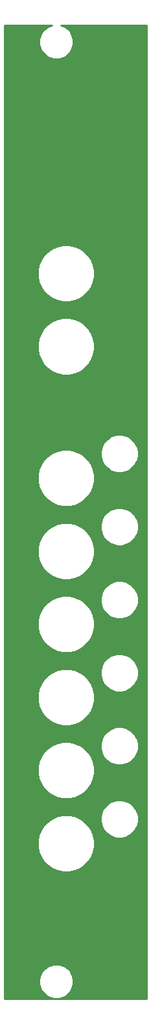
<source format=gbl>
G04 #@! TF.GenerationSoftware,KiCad,Pcbnew,5.1.7-a382d34a8~87~ubuntu18.04.1*
G04 #@! TF.CreationDate,2021-01-14T14:18:25+00:00*
G04 #@! TF.ProjectId,divider-panel,64697669-6465-4722-9d70-616e656c2e6b,rev?*
G04 #@! TF.SameCoordinates,Original*
G04 #@! TF.FileFunction,Copper,L2,Bot*
G04 #@! TF.FilePolarity,Positive*
%FSLAX46Y46*%
G04 Gerber Fmt 4.6, Leading zero omitted, Abs format (unit mm)*
G04 Created by KiCad (PCBNEW 5.1.7-a382d34a8~87~ubuntu18.04.1) date 2021-01-14 14:18:25*
%MOMM*%
%LPD*%
G01*
G04 APERTURE LIST*
G04 #@! TA.AperFunction,NonConductor*
%ADD10C,0.254000*%
G04 #@! TD*
G04 #@! TA.AperFunction,NonConductor*
%ADD11C,0.100000*%
G04 #@! TD*
G04 APERTURE END LIST*
D10*
X111776408Y-40112240D02*
X111368000Y-40281408D01*
X111000443Y-40527001D01*
X110687861Y-40839583D01*
X110442268Y-41207140D01*
X110273100Y-41615548D01*
X110186858Y-42049111D01*
X110186858Y-42491169D01*
X110273100Y-42924732D01*
X110442268Y-43333140D01*
X110687861Y-43700697D01*
X111000443Y-44013279D01*
X111368000Y-44258872D01*
X111776408Y-44428040D01*
X112209971Y-44514282D01*
X112652029Y-44514282D01*
X113085592Y-44428040D01*
X113494000Y-44258872D01*
X113861557Y-44013279D01*
X114174139Y-43700697D01*
X114419732Y-43333140D01*
X114588900Y-42924732D01*
X114675142Y-42491169D01*
X114675142Y-42049111D01*
X114588900Y-41615548D01*
X114419732Y-41207140D01*
X114174139Y-40839583D01*
X113861557Y-40527001D01*
X113494000Y-40281408D01*
X113085592Y-40112240D01*
X113049898Y-40105140D01*
X124176000Y-40105140D01*
X124176001Y-167035140D01*
X105666000Y-167035140D01*
X105666000Y-164549111D01*
X110186858Y-164549111D01*
X110186858Y-164991169D01*
X110273100Y-165424732D01*
X110442268Y-165833140D01*
X110687861Y-166200697D01*
X111000443Y-166513279D01*
X111368000Y-166758872D01*
X111776408Y-166928040D01*
X112209971Y-167014282D01*
X112652029Y-167014282D01*
X113085592Y-166928040D01*
X113494000Y-166758872D01*
X113861557Y-166513279D01*
X114174139Y-166200697D01*
X114419732Y-165833140D01*
X114588900Y-165424732D01*
X114675142Y-164991169D01*
X114675142Y-164549111D01*
X114588900Y-164115548D01*
X114419732Y-163707140D01*
X114174139Y-163339583D01*
X113861557Y-163027001D01*
X113494000Y-162781408D01*
X113085592Y-162612240D01*
X112652029Y-162525998D01*
X112209971Y-162525998D01*
X111776408Y-162612240D01*
X111368000Y-162781408D01*
X111000443Y-163027001D01*
X110687861Y-163339583D01*
X110442268Y-163707140D01*
X110273100Y-164115548D01*
X110186858Y-164549111D01*
X105666000Y-164549111D01*
X105666000Y-146427086D01*
X109944081Y-146427086D01*
X109944081Y-147163194D01*
X110087689Y-147885159D01*
X110369386Y-148565235D01*
X110778346Y-149177287D01*
X111298853Y-149697794D01*
X111910905Y-150106754D01*
X112590981Y-150388451D01*
X113312946Y-150532059D01*
X114049054Y-150532059D01*
X114771019Y-150388451D01*
X115451095Y-150106754D01*
X116063147Y-149697794D01*
X116583654Y-149177287D01*
X116992614Y-148565235D01*
X117274311Y-147885159D01*
X117417919Y-147163194D01*
X117417919Y-146427086D01*
X117274311Y-145705121D01*
X116992614Y-145025045D01*
X116583654Y-144412993D01*
X116063147Y-143892486D01*
X115451095Y-143483526D01*
X115176071Y-143369607D01*
X118178062Y-143369607D01*
X118178062Y-143860673D01*
X118273864Y-144342303D01*
X118461787Y-144795989D01*
X118734609Y-145204295D01*
X119081845Y-145551531D01*
X119490151Y-145824353D01*
X119943837Y-146012276D01*
X120425467Y-146108078D01*
X120916533Y-146108078D01*
X121398163Y-146012276D01*
X121851849Y-145824353D01*
X122260155Y-145551531D01*
X122607391Y-145204295D01*
X122880213Y-144795989D01*
X123068136Y-144342303D01*
X123163938Y-143860673D01*
X123163938Y-143369607D01*
X123068136Y-142887977D01*
X122880213Y-142434291D01*
X122607391Y-142025985D01*
X122260155Y-141678749D01*
X121851849Y-141405927D01*
X121398163Y-141218004D01*
X120916533Y-141122202D01*
X120425467Y-141122202D01*
X119943837Y-141218004D01*
X119490151Y-141405927D01*
X119081845Y-141678749D01*
X118734609Y-142025985D01*
X118461787Y-142434291D01*
X118273864Y-142887977D01*
X118178062Y-143369607D01*
X115176071Y-143369607D01*
X114771019Y-143201829D01*
X114049054Y-143058221D01*
X113312946Y-143058221D01*
X112590981Y-143201829D01*
X111910905Y-143483526D01*
X111298853Y-143892486D01*
X110778346Y-144412993D01*
X110369386Y-145025045D01*
X110087689Y-145705121D01*
X109944081Y-146427086D01*
X105666000Y-146427086D01*
X105666000Y-136897086D01*
X109944081Y-136897086D01*
X109944081Y-137633194D01*
X110087689Y-138355159D01*
X110369386Y-139035235D01*
X110778346Y-139647287D01*
X111298853Y-140167794D01*
X111910905Y-140576754D01*
X112590981Y-140858451D01*
X113312946Y-141002059D01*
X114049054Y-141002059D01*
X114771019Y-140858451D01*
X115451095Y-140576754D01*
X116063147Y-140167794D01*
X116583654Y-139647287D01*
X116992614Y-139035235D01*
X117274311Y-138355159D01*
X117417919Y-137633194D01*
X117417919Y-136897086D01*
X117274311Y-136175121D01*
X116992614Y-135495045D01*
X116583654Y-134882993D01*
X116063147Y-134362486D01*
X115451095Y-133953526D01*
X115176071Y-133839607D01*
X118178062Y-133839607D01*
X118178062Y-134330673D01*
X118273864Y-134812303D01*
X118461787Y-135265989D01*
X118734609Y-135674295D01*
X119081845Y-136021531D01*
X119490151Y-136294353D01*
X119943837Y-136482276D01*
X120425467Y-136578078D01*
X120916533Y-136578078D01*
X121398163Y-136482276D01*
X121851849Y-136294353D01*
X122260155Y-136021531D01*
X122607391Y-135674295D01*
X122880213Y-135265989D01*
X123068136Y-134812303D01*
X123163938Y-134330673D01*
X123163938Y-133839607D01*
X123068136Y-133357977D01*
X122880213Y-132904291D01*
X122607391Y-132495985D01*
X122260155Y-132148749D01*
X121851849Y-131875927D01*
X121398163Y-131688004D01*
X120916533Y-131592202D01*
X120425467Y-131592202D01*
X119943837Y-131688004D01*
X119490151Y-131875927D01*
X119081845Y-132148749D01*
X118734609Y-132495985D01*
X118461787Y-132904291D01*
X118273864Y-133357977D01*
X118178062Y-133839607D01*
X115176071Y-133839607D01*
X114771019Y-133671829D01*
X114049054Y-133528221D01*
X113312946Y-133528221D01*
X112590981Y-133671829D01*
X111910905Y-133953526D01*
X111298853Y-134362486D01*
X110778346Y-134882993D01*
X110369386Y-135495045D01*
X110087689Y-136175121D01*
X109944081Y-136897086D01*
X105666000Y-136897086D01*
X105666000Y-127367086D01*
X109944081Y-127367086D01*
X109944081Y-128103194D01*
X110087689Y-128825159D01*
X110369386Y-129505235D01*
X110778346Y-130117287D01*
X111298853Y-130637794D01*
X111910905Y-131046754D01*
X112590981Y-131328451D01*
X113312946Y-131472059D01*
X114049054Y-131472059D01*
X114771019Y-131328451D01*
X115451095Y-131046754D01*
X116063147Y-130637794D01*
X116583654Y-130117287D01*
X116992614Y-129505235D01*
X117274311Y-128825159D01*
X117417919Y-128103194D01*
X117417919Y-127367086D01*
X117274311Y-126645121D01*
X116992614Y-125965045D01*
X116583654Y-125352993D01*
X116063147Y-124832486D01*
X115451095Y-124423526D01*
X115176071Y-124309607D01*
X118178062Y-124309607D01*
X118178062Y-124800673D01*
X118273864Y-125282303D01*
X118461787Y-125735989D01*
X118734609Y-126144295D01*
X119081845Y-126491531D01*
X119490151Y-126764353D01*
X119943837Y-126952276D01*
X120425467Y-127048078D01*
X120916533Y-127048078D01*
X121398163Y-126952276D01*
X121851849Y-126764353D01*
X122260155Y-126491531D01*
X122607391Y-126144295D01*
X122880213Y-125735989D01*
X123068136Y-125282303D01*
X123163938Y-124800673D01*
X123163938Y-124309607D01*
X123068136Y-123827977D01*
X122880213Y-123374291D01*
X122607391Y-122965985D01*
X122260155Y-122618749D01*
X121851849Y-122345927D01*
X121398163Y-122158004D01*
X120916533Y-122062202D01*
X120425467Y-122062202D01*
X119943837Y-122158004D01*
X119490151Y-122345927D01*
X119081845Y-122618749D01*
X118734609Y-122965985D01*
X118461787Y-123374291D01*
X118273864Y-123827977D01*
X118178062Y-124309607D01*
X115176071Y-124309607D01*
X114771019Y-124141829D01*
X114049054Y-123998221D01*
X113312946Y-123998221D01*
X112590981Y-124141829D01*
X111910905Y-124423526D01*
X111298853Y-124832486D01*
X110778346Y-125352993D01*
X110369386Y-125965045D01*
X110087689Y-126645121D01*
X109944081Y-127367086D01*
X105666000Y-127367086D01*
X105666000Y-117837086D01*
X109944081Y-117837086D01*
X109944081Y-118573194D01*
X110087689Y-119295159D01*
X110369386Y-119975235D01*
X110778346Y-120587287D01*
X111298853Y-121107794D01*
X111910905Y-121516754D01*
X112590981Y-121798451D01*
X113312946Y-121942059D01*
X114049054Y-121942059D01*
X114771019Y-121798451D01*
X115451095Y-121516754D01*
X116063147Y-121107794D01*
X116583654Y-120587287D01*
X116992614Y-119975235D01*
X117274311Y-119295159D01*
X117417919Y-118573194D01*
X117417919Y-117837086D01*
X117274311Y-117115121D01*
X116992614Y-116435045D01*
X116583654Y-115822993D01*
X116063147Y-115302486D01*
X115451095Y-114893526D01*
X115176071Y-114779607D01*
X118178062Y-114779607D01*
X118178062Y-115270673D01*
X118273864Y-115752303D01*
X118461787Y-116205989D01*
X118734609Y-116614295D01*
X119081845Y-116961531D01*
X119490151Y-117234353D01*
X119943837Y-117422276D01*
X120425467Y-117518078D01*
X120916533Y-117518078D01*
X121398163Y-117422276D01*
X121851849Y-117234353D01*
X122260155Y-116961531D01*
X122607391Y-116614295D01*
X122880213Y-116205989D01*
X123068136Y-115752303D01*
X123163938Y-115270673D01*
X123163938Y-114779607D01*
X123068136Y-114297977D01*
X122880213Y-113844291D01*
X122607391Y-113435985D01*
X122260155Y-113088749D01*
X121851849Y-112815927D01*
X121398163Y-112628004D01*
X120916533Y-112532202D01*
X120425467Y-112532202D01*
X119943837Y-112628004D01*
X119490151Y-112815927D01*
X119081845Y-113088749D01*
X118734609Y-113435985D01*
X118461787Y-113844291D01*
X118273864Y-114297977D01*
X118178062Y-114779607D01*
X115176071Y-114779607D01*
X114771019Y-114611829D01*
X114049054Y-114468221D01*
X113312946Y-114468221D01*
X112590981Y-114611829D01*
X111910905Y-114893526D01*
X111298853Y-115302486D01*
X110778346Y-115822993D01*
X110369386Y-116435045D01*
X110087689Y-117115121D01*
X109944081Y-117837086D01*
X105666000Y-117837086D01*
X105666000Y-108307086D01*
X109944081Y-108307086D01*
X109944081Y-109043194D01*
X110087689Y-109765159D01*
X110369386Y-110445235D01*
X110778346Y-111057287D01*
X111298853Y-111577794D01*
X111910905Y-111986754D01*
X112590981Y-112268451D01*
X113312946Y-112412059D01*
X114049054Y-112412059D01*
X114771019Y-112268451D01*
X115451095Y-111986754D01*
X116063147Y-111577794D01*
X116583654Y-111057287D01*
X116992614Y-110445235D01*
X117274311Y-109765159D01*
X117417919Y-109043194D01*
X117417919Y-108307086D01*
X117274311Y-107585121D01*
X116992614Y-106905045D01*
X116583654Y-106292993D01*
X116063147Y-105772486D01*
X115451095Y-105363526D01*
X115176071Y-105249607D01*
X118178062Y-105249607D01*
X118178062Y-105740673D01*
X118273864Y-106222303D01*
X118461787Y-106675989D01*
X118734609Y-107084295D01*
X119081845Y-107431531D01*
X119490151Y-107704353D01*
X119943837Y-107892276D01*
X120425467Y-107988078D01*
X120916533Y-107988078D01*
X121398163Y-107892276D01*
X121851849Y-107704353D01*
X122260155Y-107431531D01*
X122607391Y-107084295D01*
X122880213Y-106675989D01*
X123068136Y-106222303D01*
X123163938Y-105740673D01*
X123163938Y-105249607D01*
X123068136Y-104767977D01*
X122880213Y-104314291D01*
X122607391Y-103905985D01*
X122260155Y-103558749D01*
X121851849Y-103285927D01*
X121398163Y-103098004D01*
X120916533Y-103002202D01*
X120425467Y-103002202D01*
X119943837Y-103098004D01*
X119490151Y-103285927D01*
X119081845Y-103558749D01*
X118734609Y-103905985D01*
X118461787Y-104314291D01*
X118273864Y-104767977D01*
X118178062Y-105249607D01*
X115176071Y-105249607D01*
X114771019Y-105081829D01*
X114049054Y-104938221D01*
X113312946Y-104938221D01*
X112590981Y-105081829D01*
X111910905Y-105363526D01*
X111298853Y-105772486D01*
X110778346Y-106292993D01*
X110369386Y-106905045D01*
X110087689Y-107585121D01*
X109944081Y-108307086D01*
X105666000Y-108307086D01*
X105666000Y-98777086D01*
X109944081Y-98777086D01*
X109944081Y-99513194D01*
X110087689Y-100235159D01*
X110369386Y-100915235D01*
X110778346Y-101527287D01*
X111298853Y-102047794D01*
X111910905Y-102456754D01*
X112590981Y-102738451D01*
X113312946Y-102882059D01*
X114049054Y-102882059D01*
X114771019Y-102738451D01*
X115451095Y-102456754D01*
X116063147Y-102047794D01*
X116583654Y-101527287D01*
X116992614Y-100915235D01*
X117274311Y-100235159D01*
X117417919Y-99513194D01*
X117417919Y-98777086D01*
X117274311Y-98055121D01*
X116992614Y-97375045D01*
X116583654Y-96762993D01*
X116063147Y-96242486D01*
X115451095Y-95833526D01*
X115178485Y-95720607D01*
X118178062Y-95720607D01*
X118178062Y-96211673D01*
X118273864Y-96693303D01*
X118461787Y-97146989D01*
X118734609Y-97555295D01*
X119081845Y-97902531D01*
X119490151Y-98175353D01*
X119943837Y-98363276D01*
X120425467Y-98459078D01*
X120916533Y-98459078D01*
X121398163Y-98363276D01*
X121851849Y-98175353D01*
X122260155Y-97902531D01*
X122607391Y-97555295D01*
X122880213Y-97146989D01*
X123068136Y-96693303D01*
X123163938Y-96211673D01*
X123163938Y-95720607D01*
X123068136Y-95238977D01*
X122880213Y-94785291D01*
X122607391Y-94376985D01*
X122260155Y-94029749D01*
X121851849Y-93756927D01*
X121398163Y-93569004D01*
X120916533Y-93473202D01*
X120425467Y-93473202D01*
X119943837Y-93569004D01*
X119490151Y-93756927D01*
X119081845Y-94029749D01*
X118734609Y-94376985D01*
X118461787Y-94785291D01*
X118273864Y-95238977D01*
X118178062Y-95720607D01*
X115178485Y-95720607D01*
X114771019Y-95551829D01*
X114049054Y-95408221D01*
X113312946Y-95408221D01*
X112590981Y-95551829D01*
X111910905Y-95833526D01*
X111298853Y-96242486D01*
X110778346Y-96762993D01*
X110369386Y-97375045D01*
X110087689Y-98055121D01*
X109944081Y-98777086D01*
X105666000Y-98777086D01*
X105666000Y-81627086D01*
X109944081Y-81627086D01*
X109944081Y-82363194D01*
X110087689Y-83085159D01*
X110369386Y-83765235D01*
X110778346Y-84377287D01*
X111298853Y-84897794D01*
X111910905Y-85306754D01*
X112590981Y-85588451D01*
X113312946Y-85732059D01*
X114049054Y-85732059D01*
X114771019Y-85588451D01*
X115451095Y-85306754D01*
X116063147Y-84897794D01*
X116583654Y-84377287D01*
X116992614Y-83765235D01*
X117274311Y-83085159D01*
X117417919Y-82363194D01*
X117417919Y-81627086D01*
X117274311Y-80905121D01*
X116992614Y-80225045D01*
X116583654Y-79612993D01*
X116063147Y-79092486D01*
X115451095Y-78683526D01*
X114771019Y-78401829D01*
X114049054Y-78258221D01*
X113312946Y-78258221D01*
X112590981Y-78401829D01*
X111910905Y-78683526D01*
X111298853Y-79092486D01*
X110778346Y-79612993D01*
X110369386Y-80225045D01*
X110087689Y-80905121D01*
X109944081Y-81627086D01*
X105666000Y-81627086D01*
X105666000Y-72097086D01*
X109944081Y-72097086D01*
X109944081Y-72833194D01*
X110087689Y-73555159D01*
X110369386Y-74235235D01*
X110778346Y-74847287D01*
X111298853Y-75367794D01*
X111910905Y-75776754D01*
X112590981Y-76058451D01*
X113312946Y-76202059D01*
X114049054Y-76202059D01*
X114771019Y-76058451D01*
X115451095Y-75776754D01*
X116063147Y-75367794D01*
X116583654Y-74847287D01*
X116992614Y-74235235D01*
X117274311Y-73555159D01*
X117417919Y-72833194D01*
X117417919Y-72097086D01*
X117274311Y-71375121D01*
X116992614Y-70695045D01*
X116583654Y-70082993D01*
X116063147Y-69562486D01*
X115451095Y-69153526D01*
X114771019Y-68871829D01*
X114049054Y-68728221D01*
X113312946Y-68728221D01*
X112590981Y-68871829D01*
X111910905Y-69153526D01*
X111298853Y-69562486D01*
X110778346Y-70082993D01*
X110369386Y-70695045D01*
X110087689Y-71375121D01*
X109944081Y-72097086D01*
X105666000Y-72097086D01*
X105666000Y-40105140D01*
X111812102Y-40105140D01*
X111776408Y-40112240D01*
G04 #@! TA.AperFunction,NonConductor*
D11*
G36*
X111776408Y-40112240D02*
G01*
X111368000Y-40281408D01*
X111000443Y-40527001D01*
X110687861Y-40839583D01*
X110442268Y-41207140D01*
X110273100Y-41615548D01*
X110186858Y-42049111D01*
X110186858Y-42491169D01*
X110273100Y-42924732D01*
X110442268Y-43333140D01*
X110687861Y-43700697D01*
X111000443Y-44013279D01*
X111368000Y-44258872D01*
X111776408Y-44428040D01*
X112209971Y-44514282D01*
X112652029Y-44514282D01*
X113085592Y-44428040D01*
X113494000Y-44258872D01*
X113861557Y-44013279D01*
X114174139Y-43700697D01*
X114419732Y-43333140D01*
X114588900Y-42924732D01*
X114675142Y-42491169D01*
X114675142Y-42049111D01*
X114588900Y-41615548D01*
X114419732Y-41207140D01*
X114174139Y-40839583D01*
X113861557Y-40527001D01*
X113494000Y-40281408D01*
X113085592Y-40112240D01*
X113049898Y-40105140D01*
X124176000Y-40105140D01*
X124176001Y-167035140D01*
X105666000Y-167035140D01*
X105666000Y-164549111D01*
X110186858Y-164549111D01*
X110186858Y-164991169D01*
X110273100Y-165424732D01*
X110442268Y-165833140D01*
X110687861Y-166200697D01*
X111000443Y-166513279D01*
X111368000Y-166758872D01*
X111776408Y-166928040D01*
X112209971Y-167014282D01*
X112652029Y-167014282D01*
X113085592Y-166928040D01*
X113494000Y-166758872D01*
X113861557Y-166513279D01*
X114174139Y-166200697D01*
X114419732Y-165833140D01*
X114588900Y-165424732D01*
X114675142Y-164991169D01*
X114675142Y-164549111D01*
X114588900Y-164115548D01*
X114419732Y-163707140D01*
X114174139Y-163339583D01*
X113861557Y-163027001D01*
X113494000Y-162781408D01*
X113085592Y-162612240D01*
X112652029Y-162525998D01*
X112209971Y-162525998D01*
X111776408Y-162612240D01*
X111368000Y-162781408D01*
X111000443Y-163027001D01*
X110687861Y-163339583D01*
X110442268Y-163707140D01*
X110273100Y-164115548D01*
X110186858Y-164549111D01*
X105666000Y-164549111D01*
X105666000Y-146427086D01*
X109944081Y-146427086D01*
X109944081Y-147163194D01*
X110087689Y-147885159D01*
X110369386Y-148565235D01*
X110778346Y-149177287D01*
X111298853Y-149697794D01*
X111910905Y-150106754D01*
X112590981Y-150388451D01*
X113312946Y-150532059D01*
X114049054Y-150532059D01*
X114771019Y-150388451D01*
X115451095Y-150106754D01*
X116063147Y-149697794D01*
X116583654Y-149177287D01*
X116992614Y-148565235D01*
X117274311Y-147885159D01*
X117417919Y-147163194D01*
X117417919Y-146427086D01*
X117274311Y-145705121D01*
X116992614Y-145025045D01*
X116583654Y-144412993D01*
X116063147Y-143892486D01*
X115451095Y-143483526D01*
X115176071Y-143369607D01*
X118178062Y-143369607D01*
X118178062Y-143860673D01*
X118273864Y-144342303D01*
X118461787Y-144795989D01*
X118734609Y-145204295D01*
X119081845Y-145551531D01*
X119490151Y-145824353D01*
X119943837Y-146012276D01*
X120425467Y-146108078D01*
X120916533Y-146108078D01*
X121398163Y-146012276D01*
X121851849Y-145824353D01*
X122260155Y-145551531D01*
X122607391Y-145204295D01*
X122880213Y-144795989D01*
X123068136Y-144342303D01*
X123163938Y-143860673D01*
X123163938Y-143369607D01*
X123068136Y-142887977D01*
X122880213Y-142434291D01*
X122607391Y-142025985D01*
X122260155Y-141678749D01*
X121851849Y-141405927D01*
X121398163Y-141218004D01*
X120916533Y-141122202D01*
X120425467Y-141122202D01*
X119943837Y-141218004D01*
X119490151Y-141405927D01*
X119081845Y-141678749D01*
X118734609Y-142025985D01*
X118461787Y-142434291D01*
X118273864Y-142887977D01*
X118178062Y-143369607D01*
X115176071Y-143369607D01*
X114771019Y-143201829D01*
X114049054Y-143058221D01*
X113312946Y-143058221D01*
X112590981Y-143201829D01*
X111910905Y-143483526D01*
X111298853Y-143892486D01*
X110778346Y-144412993D01*
X110369386Y-145025045D01*
X110087689Y-145705121D01*
X109944081Y-146427086D01*
X105666000Y-146427086D01*
X105666000Y-136897086D01*
X109944081Y-136897086D01*
X109944081Y-137633194D01*
X110087689Y-138355159D01*
X110369386Y-139035235D01*
X110778346Y-139647287D01*
X111298853Y-140167794D01*
X111910905Y-140576754D01*
X112590981Y-140858451D01*
X113312946Y-141002059D01*
X114049054Y-141002059D01*
X114771019Y-140858451D01*
X115451095Y-140576754D01*
X116063147Y-140167794D01*
X116583654Y-139647287D01*
X116992614Y-139035235D01*
X117274311Y-138355159D01*
X117417919Y-137633194D01*
X117417919Y-136897086D01*
X117274311Y-136175121D01*
X116992614Y-135495045D01*
X116583654Y-134882993D01*
X116063147Y-134362486D01*
X115451095Y-133953526D01*
X115176071Y-133839607D01*
X118178062Y-133839607D01*
X118178062Y-134330673D01*
X118273864Y-134812303D01*
X118461787Y-135265989D01*
X118734609Y-135674295D01*
X119081845Y-136021531D01*
X119490151Y-136294353D01*
X119943837Y-136482276D01*
X120425467Y-136578078D01*
X120916533Y-136578078D01*
X121398163Y-136482276D01*
X121851849Y-136294353D01*
X122260155Y-136021531D01*
X122607391Y-135674295D01*
X122880213Y-135265989D01*
X123068136Y-134812303D01*
X123163938Y-134330673D01*
X123163938Y-133839607D01*
X123068136Y-133357977D01*
X122880213Y-132904291D01*
X122607391Y-132495985D01*
X122260155Y-132148749D01*
X121851849Y-131875927D01*
X121398163Y-131688004D01*
X120916533Y-131592202D01*
X120425467Y-131592202D01*
X119943837Y-131688004D01*
X119490151Y-131875927D01*
X119081845Y-132148749D01*
X118734609Y-132495985D01*
X118461787Y-132904291D01*
X118273864Y-133357977D01*
X118178062Y-133839607D01*
X115176071Y-133839607D01*
X114771019Y-133671829D01*
X114049054Y-133528221D01*
X113312946Y-133528221D01*
X112590981Y-133671829D01*
X111910905Y-133953526D01*
X111298853Y-134362486D01*
X110778346Y-134882993D01*
X110369386Y-135495045D01*
X110087689Y-136175121D01*
X109944081Y-136897086D01*
X105666000Y-136897086D01*
X105666000Y-127367086D01*
X109944081Y-127367086D01*
X109944081Y-128103194D01*
X110087689Y-128825159D01*
X110369386Y-129505235D01*
X110778346Y-130117287D01*
X111298853Y-130637794D01*
X111910905Y-131046754D01*
X112590981Y-131328451D01*
X113312946Y-131472059D01*
X114049054Y-131472059D01*
X114771019Y-131328451D01*
X115451095Y-131046754D01*
X116063147Y-130637794D01*
X116583654Y-130117287D01*
X116992614Y-129505235D01*
X117274311Y-128825159D01*
X117417919Y-128103194D01*
X117417919Y-127367086D01*
X117274311Y-126645121D01*
X116992614Y-125965045D01*
X116583654Y-125352993D01*
X116063147Y-124832486D01*
X115451095Y-124423526D01*
X115176071Y-124309607D01*
X118178062Y-124309607D01*
X118178062Y-124800673D01*
X118273864Y-125282303D01*
X118461787Y-125735989D01*
X118734609Y-126144295D01*
X119081845Y-126491531D01*
X119490151Y-126764353D01*
X119943837Y-126952276D01*
X120425467Y-127048078D01*
X120916533Y-127048078D01*
X121398163Y-126952276D01*
X121851849Y-126764353D01*
X122260155Y-126491531D01*
X122607391Y-126144295D01*
X122880213Y-125735989D01*
X123068136Y-125282303D01*
X123163938Y-124800673D01*
X123163938Y-124309607D01*
X123068136Y-123827977D01*
X122880213Y-123374291D01*
X122607391Y-122965985D01*
X122260155Y-122618749D01*
X121851849Y-122345927D01*
X121398163Y-122158004D01*
X120916533Y-122062202D01*
X120425467Y-122062202D01*
X119943837Y-122158004D01*
X119490151Y-122345927D01*
X119081845Y-122618749D01*
X118734609Y-122965985D01*
X118461787Y-123374291D01*
X118273864Y-123827977D01*
X118178062Y-124309607D01*
X115176071Y-124309607D01*
X114771019Y-124141829D01*
X114049054Y-123998221D01*
X113312946Y-123998221D01*
X112590981Y-124141829D01*
X111910905Y-124423526D01*
X111298853Y-124832486D01*
X110778346Y-125352993D01*
X110369386Y-125965045D01*
X110087689Y-126645121D01*
X109944081Y-127367086D01*
X105666000Y-127367086D01*
X105666000Y-117837086D01*
X109944081Y-117837086D01*
X109944081Y-118573194D01*
X110087689Y-119295159D01*
X110369386Y-119975235D01*
X110778346Y-120587287D01*
X111298853Y-121107794D01*
X111910905Y-121516754D01*
X112590981Y-121798451D01*
X113312946Y-121942059D01*
X114049054Y-121942059D01*
X114771019Y-121798451D01*
X115451095Y-121516754D01*
X116063147Y-121107794D01*
X116583654Y-120587287D01*
X116992614Y-119975235D01*
X117274311Y-119295159D01*
X117417919Y-118573194D01*
X117417919Y-117837086D01*
X117274311Y-117115121D01*
X116992614Y-116435045D01*
X116583654Y-115822993D01*
X116063147Y-115302486D01*
X115451095Y-114893526D01*
X115176071Y-114779607D01*
X118178062Y-114779607D01*
X118178062Y-115270673D01*
X118273864Y-115752303D01*
X118461787Y-116205989D01*
X118734609Y-116614295D01*
X119081845Y-116961531D01*
X119490151Y-117234353D01*
X119943837Y-117422276D01*
X120425467Y-117518078D01*
X120916533Y-117518078D01*
X121398163Y-117422276D01*
X121851849Y-117234353D01*
X122260155Y-116961531D01*
X122607391Y-116614295D01*
X122880213Y-116205989D01*
X123068136Y-115752303D01*
X123163938Y-115270673D01*
X123163938Y-114779607D01*
X123068136Y-114297977D01*
X122880213Y-113844291D01*
X122607391Y-113435985D01*
X122260155Y-113088749D01*
X121851849Y-112815927D01*
X121398163Y-112628004D01*
X120916533Y-112532202D01*
X120425467Y-112532202D01*
X119943837Y-112628004D01*
X119490151Y-112815927D01*
X119081845Y-113088749D01*
X118734609Y-113435985D01*
X118461787Y-113844291D01*
X118273864Y-114297977D01*
X118178062Y-114779607D01*
X115176071Y-114779607D01*
X114771019Y-114611829D01*
X114049054Y-114468221D01*
X113312946Y-114468221D01*
X112590981Y-114611829D01*
X111910905Y-114893526D01*
X111298853Y-115302486D01*
X110778346Y-115822993D01*
X110369386Y-116435045D01*
X110087689Y-117115121D01*
X109944081Y-117837086D01*
X105666000Y-117837086D01*
X105666000Y-108307086D01*
X109944081Y-108307086D01*
X109944081Y-109043194D01*
X110087689Y-109765159D01*
X110369386Y-110445235D01*
X110778346Y-111057287D01*
X111298853Y-111577794D01*
X111910905Y-111986754D01*
X112590981Y-112268451D01*
X113312946Y-112412059D01*
X114049054Y-112412059D01*
X114771019Y-112268451D01*
X115451095Y-111986754D01*
X116063147Y-111577794D01*
X116583654Y-111057287D01*
X116992614Y-110445235D01*
X117274311Y-109765159D01*
X117417919Y-109043194D01*
X117417919Y-108307086D01*
X117274311Y-107585121D01*
X116992614Y-106905045D01*
X116583654Y-106292993D01*
X116063147Y-105772486D01*
X115451095Y-105363526D01*
X115176071Y-105249607D01*
X118178062Y-105249607D01*
X118178062Y-105740673D01*
X118273864Y-106222303D01*
X118461787Y-106675989D01*
X118734609Y-107084295D01*
X119081845Y-107431531D01*
X119490151Y-107704353D01*
X119943837Y-107892276D01*
X120425467Y-107988078D01*
X120916533Y-107988078D01*
X121398163Y-107892276D01*
X121851849Y-107704353D01*
X122260155Y-107431531D01*
X122607391Y-107084295D01*
X122880213Y-106675989D01*
X123068136Y-106222303D01*
X123163938Y-105740673D01*
X123163938Y-105249607D01*
X123068136Y-104767977D01*
X122880213Y-104314291D01*
X122607391Y-103905985D01*
X122260155Y-103558749D01*
X121851849Y-103285927D01*
X121398163Y-103098004D01*
X120916533Y-103002202D01*
X120425467Y-103002202D01*
X119943837Y-103098004D01*
X119490151Y-103285927D01*
X119081845Y-103558749D01*
X118734609Y-103905985D01*
X118461787Y-104314291D01*
X118273864Y-104767977D01*
X118178062Y-105249607D01*
X115176071Y-105249607D01*
X114771019Y-105081829D01*
X114049054Y-104938221D01*
X113312946Y-104938221D01*
X112590981Y-105081829D01*
X111910905Y-105363526D01*
X111298853Y-105772486D01*
X110778346Y-106292993D01*
X110369386Y-106905045D01*
X110087689Y-107585121D01*
X109944081Y-108307086D01*
X105666000Y-108307086D01*
X105666000Y-98777086D01*
X109944081Y-98777086D01*
X109944081Y-99513194D01*
X110087689Y-100235159D01*
X110369386Y-100915235D01*
X110778346Y-101527287D01*
X111298853Y-102047794D01*
X111910905Y-102456754D01*
X112590981Y-102738451D01*
X113312946Y-102882059D01*
X114049054Y-102882059D01*
X114771019Y-102738451D01*
X115451095Y-102456754D01*
X116063147Y-102047794D01*
X116583654Y-101527287D01*
X116992614Y-100915235D01*
X117274311Y-100235159D01*
X117417919Y-99513194D01*
X117417919Y-98777086D01*
X117274311Y-98055121D01*
X116992614Y-97375045D01*
X116583654Y-96762993D01*
X116063147Y-96242486D01*
X115451095Y-95833526D01*
X115178485Y-95720607D01*
X118178062Y-95720607D01*
X118178062Y-96211673D01*
X118273864Y-96693303D01*
X118461787Y-97146989D01*
X118734609Y-97555295D01*
X119081845Y-97902531D01*
X119490151Y-98175353D01*
X119943837Y-98363276D01*
X120425467Y-98459078D01*
X120916533Y-98459078D01*
X121398163Y-98363276D01*
X121851849Y-98175353D01*
X122260155Y-97902531D01*
X122607391Y-97555295D01*
X122880213Y-97146989D01*
X123068136Y-96693303D01*
X123163938Y-96211673D01*
X123163938Y-95720607D01*
X123068136Y-95238977D01*
X122880213Y-94785291D01*
X122607391Y-94376985D01*
X122260155Y-94029749D01*
X121851849Y-93756927D01*
X121398163Y-93569004D01*
X120916533Y-93473202D01*
X120425467Y-93473202D01*
X119943837Y-93569004D01*
X119490151Y-93756927D01*
X119081845Y-94029749D01*
X118734609Y-94376985D01*
X118461787Y-94785291D01*
X118273864Y-95238977D01*
X118178062Y-95720607D01*
X115178485Y-95720607D01*
X114771019Y-95551829D01*
X114049054Y-95408221D01*
X113312946Y-95408221D01*
X112590981Y-95551829D01*
X111910905Y-95833526D01*
X111298853Y-96242486D01*
X110778346Y-96762993D01*
X110369386Y-97375045D01*
X110087689Y-98055121D01*
X109944081Y-98777086D01*
X105666000Y-98777086D01*
X105666000Y-81627086D01*
X109944081Y-81627086D01*
X109944081Y-82363194D01*
X110087689Y-83085159D01*
X110369386Y-83765235D01*
X110778346Y-84377287D01*
X111298853Y-84897794D01*
X111910905Y-85306754D01*
X112590981Y-85588451D01*
X113312946Y-85732059D01*
X114049054Y-85732059D01*
X114771019Y-85588451D01*
X115451095Y-85306754D01*
X116063147Y-84897794D01*
X116583654Y-84377287D01*
X116992614Y-83765235D01*
X117274311Y-83085159D01*
X117417919Y-82363194D01*
X117417919Y-81627086D01*
X117274311Y-80905121D01*
X116992614Y-80225045D01*
X116583654Y-79612993D01*
X116063147Y-79092486D01*
X115451095Y-78683526D01*
X114771019Y-78401829D01*
X114049054Y-78258221D01*
X113312946Y-78258221D01*
X112590981Y-78401829D01*
X111910905Y-78683526D01*
X111298853Y-79092486D01*
X110778346Y-79612993D01*
X110369386Y-80225045D01*
X110087689Y-80905121D01*
X109944081Y-81627086D01*
X105666000Y-81627086D01*
X105666000Y-72097086D01*
X109944081Y-72097086D01*
X109944081Y-72833194D01*
X110087689Y-73555159D01*
X110369386Y-74235235D01*
X110778346Y-74847287D01*
X111298853Y-75367794D01*
X111910905Y-75776754D01*
X112590981Y-76058451D01*
X113312946Y-76202059D01*
X114049054Y-76202059D01*
X114771019Y-76058451D01*
X115451095Y-75776754D01*
X116063147Y-75367794D01*
X116583654Y-74847287D01*
X116992614Y-74235235D01*
X117274311Y-73555159D01*
X117417919Y-72833194D01*
X117417919Y-72097086D01*
X117274311Y-71375121D01*
X116992614Y-70695045D01*
X116583654Y-70082993D01*
X116063147Y-69562486D01*
X115451095Y-69153526D01*
X114771019Y-68871829D01*
X114049054Y-68728221D01*
X113312946Y-68728221D01*
X112590981Y-68871829D01*
X111910905Y-69153526D01*
X111298853Y-69562486D01*
X110778346Y-70082993D01*
X110369386Y-70695045D01*
X110087689Y-71375121D01*
X109944081Y-72097086D01*
X105666000Y-72097086D01*
X105666000Y-40105140D01*
X111812102Y-40105140D01*
X111776408Y-40112240D01*
G37*
G04 #@! TD.AperFunction*
M02*

</source>
